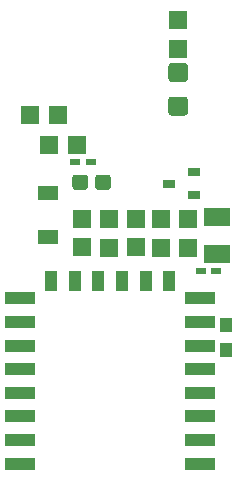
<source format=gbr>
G04 #@! TF.GenerationSoftware,KiCad,Pcbnew,(5.1.9)-1*
G04 #@! TF.CreationDate,2021-03-01T14:17:27+01:00*
G04 #@! TF.ProjectId,button timer v1.2.3_Coin_Cell[TPL5111],62757474-6f6e-4207-9469-6d6572207631,rev?*
G04 #@! TF.SameCoordinates,Original*
G04 #@! TF.FileFunction,Paste,Top*
G04 #@! TF.FilePolarity,Positive*
%FSLAX46Y46*%
G04 Gerber Fmt 4.6, Leading zero omitted, Abs format (unit mm)*
G04 Created by KiCad (PCBNEW (5.1.9)-1) date 2021-03-01 14:17:27*
%MOMM*%
%LPD*%
G01*
G04 APERTURE LIST*
%ADD10R,2.500000X1.000000*%
%ADD11R,1.000000X1.800000*%
%ADD12R,1.000000X0.800000*%
%ADD13R,2.250000X1.650000*%
%ADD14R,0.900000X0.620000*%
%ADD15R,1.000000X1.200000*%
%ADD16R,1.500000X1.500000*%
%ADD17R,1.700000X1.300000*%
G04 APERTURE END LIST*
D10*
G04 #@! TO.C,X1*
X118100000Y-93650000D03*
X118100000Y-91650000D03*
X118100000Y-89650000D03*
X118100000Y-87650000D03*
X118100000Y-85650000D03*
X118100000Y-83650000D03*
X118100000Y-81650000D03*
X118100000Y-79650000D03*
D11*
X120700000Y-78150000D03*
X122700000Y-78150000D03*
X124700000Y-78150000D03*
X126700000Y-78150000D03*
X128700000Y-78150000D03*
X130700000Y-78150000D03*
D10*
X133300000Y-79650000D03*
X133300000Y-81650000D03*
X133300000Y-83650000D03*
X133300000Y-85650000D03*
X133300000Y-87650000D03*
X133300000Y-89650000D03*
X133300000Y-91650000D03*
X133300000Y-93650000D03*
G04 #@! TD*
D12*
G04 #@! TO.C,Q1*
X130675000Y-69950000D03*
X132775000Y-69000000D03*
X132775000Y-70900000D03*
G04 #@! TD*
G04 #@! TO.C,D2*
G36*
G01*
X124420000Y-70230001D02*
X124420000Y-69429999D01*
G75*
G02*
X124669999Y-69180000I249999J0D01*
G01*
X125495001Y-69180000D01*
G75*
G02*
X125745000Y-69429999I0J-249999D01*
G01*
X125745000Y-70230001D01*
G75*
G02*
X125495001Y-70480000I-249999J0D01*
G01*
X124669999Y-70480000D01*
G75*
G02*
X124420000Y-70230001I0J249999D01*
G01*
G37*
G36*
G01*
X122495000Y-70230001D02*
X122495000Y-69429999D01*
G75*
G02*
X122744999Y-69180000I249999J0D01*
G01*
X123570001Y-69180000D01*
G75*
G02*
X123820000Y-69429999I0J-249999D01*
G01*
X123820000Y-70230001D01*
G75*
G02*
X123570001Y-70480000I-249999J0D01*
G01*
X122744999Y-70480000D01*
G75*
G02*
X122495000Y-70230001I0J249999D01*
G01*
G37*
G04 #@! TD*
G04 #@! TO.C,D1*
G36*
G01*
X132025000Y-61335000D02*
X130875000Y-61335000D01*
G75*
G02*
X130625000Y-61085000I0J250000D01*
G01*
X130625000Y-59985000D01*
G75*
G02*
X130875000Y-59735000I250000J0D01*
G01*
X132025000Y-59735000D01*
G75*
G02*
X132275000Y-59985000I0J-250000D01*
G01*
X132275000Y-61085000D01*
G75*
G02*
X132025000Y-61335000I-250000J0D01*
G01*
G37*
G36*
G01*
X132025000Y-64185000D02*
X130875000Y-64185000D01*
G75*
G02*
X130625000Y-63935000I0J250000D01*
G01*
X130625000Y-62835000D01*
G75*
G02*
X130875000Y-62585000I250000J0D01*
G01*
X132025000Y-62585000D01*
G75*
G02*
X132275000Y-62835000I0J-250000D01*
G01*
X132275000Y-63935000D01*
G75*
G02*
X132025000Y-64185000I-250000J0D01*
G01*
G37*
G04 #@! TD*
D13*
G04 #@! TO.C,C6*
X134721600Y-72790720D03*
X134721600Y-75890720D03*
G04 #@! TD*
D14*
G04 #@! TO.C,C7*
X133385800Y-77378560D03*
X134685800Y-77378560D03*
G04 #@! TD*
D15*
G04 #@! TO.C,R10*
X135525000Y-81900000D03*
X135525000Y-84000000D03*
G04 #@! TD*
D14*
G04 #@! TO.C,C4*
X124050000Y-68110000D03*
X122750000Y-68110000D03*
G04 #@! TD*
D16*
G04 #@! TO.C,R4*
X127875000Y-75350000D03*
X127875000Y-72950000D03*
G04 #@! TD*
G04 #@! TO.C,R9*
X130025000Y-75375000D03*
X130025000Y-72975000D03*
G04 #@! TD*
G04 #@! TO.C,R8*
X121310000Y-64130000D03*
X118910000Y-64130000D03*
G04 #@! TD*
G04 #@! TO.C,R7*
X122900000Y-66640000D03*
X120500000Y-66640000D03*
G04 #@! TD*
G04 #@! TO.C,R6*
X131410000Y-56120000D03*
X131410000Y-58520000D03*
G04 #@! TD*
G04 #@! TO.C,R5*
X123325000Y-75350000D03*
X123325000Y-72950000D03*
G04 #@! TD*
G04 #@! TO.C,R3*
X132257800Y-75368000D03*
X132257800Y-72968000D03*
G04 #@! TD*
G04 #@! TO.C,R2*
X125625000Y-75375000D03*
X125625000Y-72975000D03*
G04 #@! TD*
D17*
G04 #@! TO.C,SW2*
X120459500Y-70730500D03*
X120459500Y-74430500D03*
G04 #@! TD*
M02*

</source>
